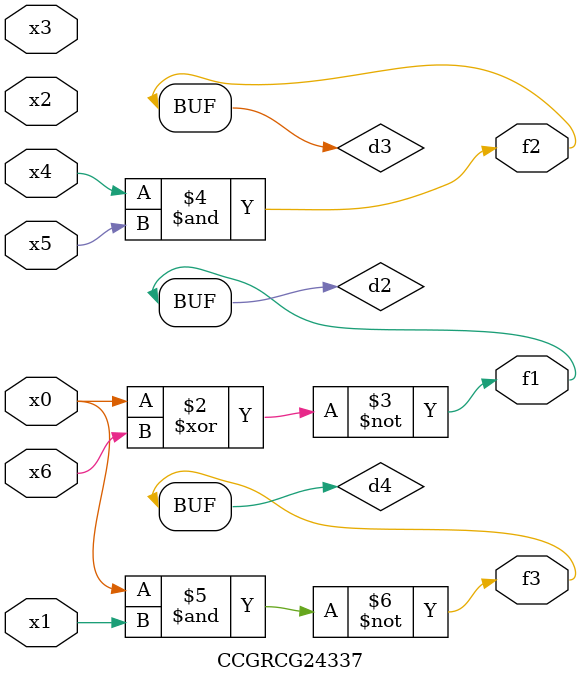
<source format=v>
module CCGRCG24337(
	input x0, x1, x2, x3, x4, x5, x6,
	output f1, f2, f3
);

	wire d1, d2, d3, d4;

	nor (d1, x0);
	xnor (d2, x0, x6);
	and (d3, x4, x5);
	nand (d4, x0, x1);
	assign f1 = d2;
	assign f2 = d3;
	assign f3 = d4;
endmodule

</source>
